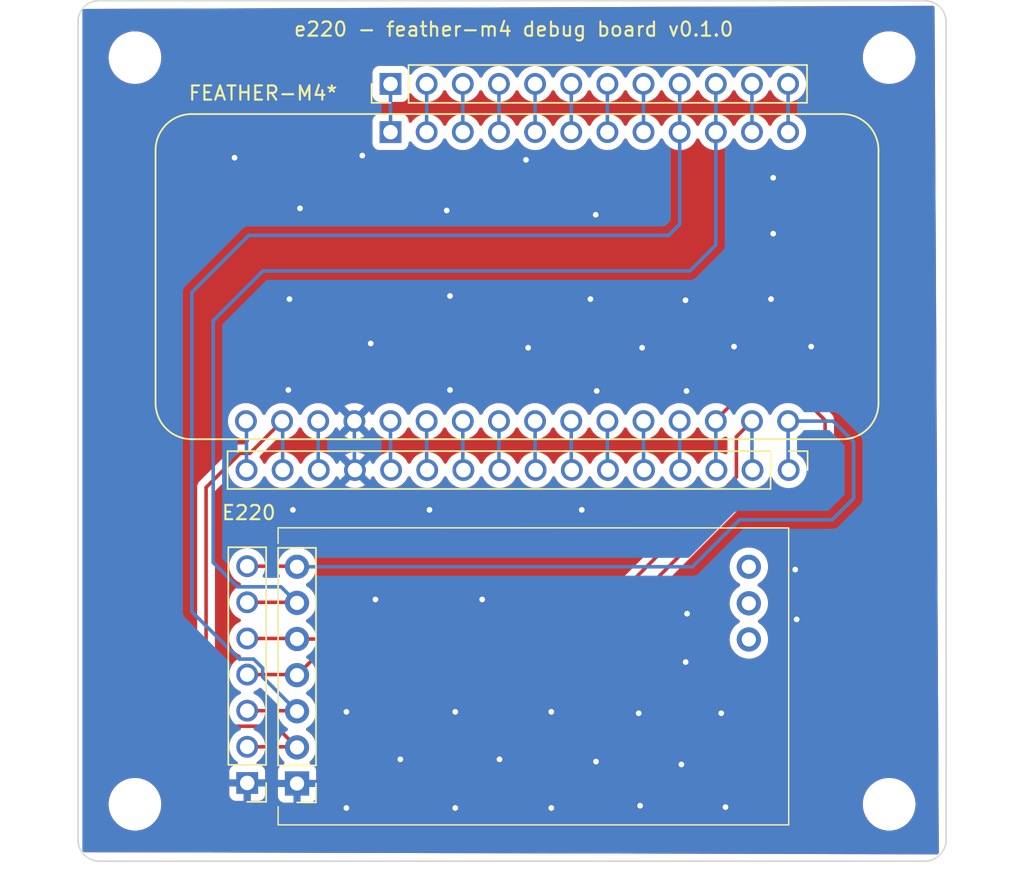
<source format=kicad_pcb>
(kicad_pcb (version 20221018) (generator pcbnew)
  (title_block (title "E220 - Feather debug board") (date "2023-02-27") (rev "0.1.1"))
  (layers (0 "F.Cu" signal) (31 "B.Cu" signal) (34 "B.Paste" user) (35 "F.Paste" user) (36 "B.SilkS" user "B.Silkscreen") (37 "F.SilkS" user "F.Silkscreen") (38 "B.Mask" user) (39 "F.Mask" user) (44 "Edge.Cuts" user))
  (net 0 "")
  (net 1 "Net-(U1-D4)")
  (net 2 "Net-(U1-D1)")
  (net 3 "Net-(U1-D0)")
  (net 4 "unconnected-(U1-MISO-PadP1_4)")
  (net 5 "unconnected-(U1-MOSI-PadP1_5)")
  (net 6 "unconnected-(U1-SCK-PadP1_6)")
  (net 7 "unconnected-(U1-A5-PadP1_7)")
  (net 8 "unconnected-(U1-A4-PadP1_8)")
  (net 9 "unconnected-(U1-A3-PadP1_9)")
  (net 10 "unconnected-(U1-A2-PadP1_10)")
  (net 11 "unconnected-(U1-A1-PadP1_11)")
  (net 12 "unconnected-(U1-A0-PadP1_12)")
  (net 13 "GND")
  (net 14 "unconnected-(U1-AREF-PadP1_14)")
  (net 15 "Net-(U1-3V3)")
  (net 16 "unconnected-(U1-~{RESET}-PadP1_16)")
  (net 17 "unconnected-(U1-VBAT-PadP2_1)")
  (net 18 "unconnected-(U1-EN-PadP2_2)")
  (net 19 "unconnected-(U1-VBUS-PadP2_3)")
  (net 20 "unconnected-(U1-D13-PadP2_4)")
  (net 21 "unconnected-(U1-D12-PadP2_5)")
  (net 22 "unconnected-(U1-D11-PadP2_6)")
  (net 23 "unconnected-(U1-D10-PadP2_7)")
  (net 24 "unconnected-(U1-D9-PadP2_8)")
  (net 25 "Net-(U1-D6)")
  (net 26 "Net-(U1-D5)")
  (net 27 "unconnected-(U1-SCL-PadP2_11)")
  (net 28 "unconnected-(U1-SDA-PadP2_12)")
  (footprint "MountingHole:MountingHole_3.2mm_M3" (layer "F.Cu") (at 176 126)
    (fp_text reference "REF**" hide)
    (fp_text value "MountingHole_3.2mm_M3")
    (pad "" np_thru_hole circle (at 0 0) (size 3.2 3.2) (drill 3.2) (layers "*.Cu" "*.Mask"))
  )
  (footprint "MountingHole:MountingHole_3.2mm_M3" (layer "F.Cu") (at 123 126)
    (fp_text reference "REF**" hide)
    (fp_text value "MountingHole_3.2mm_M3")
    (pad "" np_thru_hole circle (at 0 0) (size 3.2 3.2) (drill 3.2) (layers "*.Cu" "*.Mask"))
  )
  (footprint "MountingHole:MountingHole_3.2mm_M3" (layer "F.Cu") (at 123 73.5)
    (fp_text reference "REF**" hide)
    (fp_text value "MountingHole_3.2mm_M3")
    (pad "" np_thru_hole circle (at 0 0) (size 3.2 3.2) (drill 3.2) (layers "*.Cu" "*.Mask"))
  )
  (footprint "Connector_PinHeader_2.54mm:PinHeader_1x12_P2.54mm_Vertical" (layer "F.Cu") (at 140.96 75.35 90)
    (fp_text reference "REF**" hide)
    (fp_text value "PinHeader_1x12_P2.54mm_Vertical" hide)
    (fp_line (start -1.33 -1.33) (end 0 -1.33) (stroke (width 0.12)) (layer "F.SilkS"))
    (fp_line (start -1.33 0) (end -1.33 -1.33) (stroke (width 0.12)) (layer "F.SilkS"))
    (fp_line (start -1.33 1.27) (end -1.33 29.27) (stroke (width 0.12)) (layer "F.SilkS"))
    (fp_line (start -1.33 1.27) (end 1.33 1.27) (stroke (width 0.12)) (layer "F.SilkS"))
    (fp_line (start -1.33 29.27) (end 1.33 29.27) (stroke (width 0.12)) (layer "F.SilkS"))
    (fp_line (start 1.33 1.27) (end 1.33 29.27) (stroke (width 0.12)) (layer "F.SilkS"))
    (pad "1" thru_hole rect (at 0 0 270) (size 1.53 1.53) (drill 1.02) (layers "*.Cu" "*.Mask") (net 17 "unconnected-(U1-VBAT-PadP2_1)"))
    (pad "2" thru_hole circle (at 0 2.54 270) (size 1.53 1.53) (drill 1.02) (layers "*.Cu" "*.Mask") (net 18 "unconnected-(U1-EN-PadP2_2)"))
    (pad "3" thru_hole circle (at 0 5.08 270) (size 1.53 1.53) (drill 1.02) (layers "*.Cu" "*.Mask") (net 19 "unconnected-(U1-VBUS-PadP2_3)"))
    (pad "4" thru_hole circle (at 0 7.62 90) (size 1.53 1.53) (drill 1.02) (layers "*.Cu" "*.Mask") (net 20 "unconnected-(U1-D13-PadP2_4)"))
    (pad "5" thru_hole circle (at 0 10.16 270) (size 1.53 1.53) (drill 1.02) (layers "*.Cu" "*.Mask") (net 21 "unconnected-(U1-D12-PadP2_5)"))
    (pad "6" thru_hole circle (at 0 12.7 270) (size 1.53 1.53) (drill 1.02) (layers "*.Cu" "*.Mask") (net 22 "unconnected-(U1-D11-PadP2_6)"))
    (pad "7" thru_hole circle (at 0 15.24 270) (size 1.53 1.53) (drill 1.02) (layers "*.Cu" "*.Mask") (net 23 "unconnected-(U1-D10-PadP2_7)"))
    (pad "8" thru_hole circle (at 0 17.78 270) (size 1.53 1.53) (drill 1.02) (layers "*.Cu" "*.Mask") (net 24 "unconnected-(U1-D9-PadP2_8)"))
    (pad "9" thru_hole circle (at 0 20.32 270) (size 1.53 1.53) (drill 1.02) (layers "*.Cu" "*.Mask") (net 25 "Net-(U1-D6)"))
    (pad "10" thru_hole circle (at 0 22.86 270) (size 1.53 1.53) (drill 1.02) (layers "*.Cu" "*.Mask") (net 26 "Net-(U1-D5)"))
    (pad "11" thru_hole circle (at 0 25.4 270) (size 1.53 1.53) (drill 1.02) (layers "*.Cu" "*.Mask") (net 27 "unconnected-(U1-SCL-PadP2_11)"))
    (pad "12" thru_hole circle (at 0 27.94 270) (size 1.53 1.53) (drill 1.02) (layers "*.Cu" "*.Mask") (net 28 "unconnected-(U1-SDA-PadP2_12)"))
  )
  (footprint "feather-m4:MODULE_FEATHER_M4_EXPRESS" (layer "F.Cu") (at 149.85 88.9)
    (fp_text reference "FEATHER-M4*" (at -17.85 -12.9) (layer "F.SilkS"))
    (fp_text value "FEATHER_M4*")
    (fp_line (start -25.4 8.89) (end -25.4 -8.89) (stroke (width 0.127)) (layer "F.SilkS"))
    (fp_line (start -22.86 -11.43) (end 22.86 -11.43) (stroke (width 0.127)) (layer "F.SilkS"))
    (fp_line (start 22.86 11.43) (end -22.86 11.43) (stroke (width 0.127)) (layer "F.SilkS"))
    (fp_line (start 25.4 -8.89) (end 25.4 8.89) (stroke (width 0.127)) (layer "F.SilkS"))
    (fp_arc (start -25.4 -8.89) (mid -24.656051 -10.686051) (end -22.86 -11.43) (stroke (width 0.127)) (layer "F.SilkS"))
    (fp_arc (start -22.86 11.43) (mid -24.656051 10.686051) (end -25.4 8.89) (stroke (width 0.127)) (layer "F.SilkS"))
    (fp_arc (start 22.86 -11.43) (mid 24.656051 -10.686051) (end 25.4 -8.89) (stroke (width 0.127)) (layer "F.SilkS"))
    (fp_arc (start 25.4 8.89) (mid 24.656051 10.686051) (end 22.86 11.43) (stroke (width 0.127)) (layer "F.SilkS"))
    (pad "P1_1" thru_hole circle (at 19.05 10.16) (size 1.53 1.53) (drill 1.02) (layers "*.Cu" "*.Mask") (net 1 "Net-(U1-D4)"))
    (pad "P1_2" thru_hole circle (at 16.51 10.16) (size 1.53 1.53) (drill 1.02) (layers "*.Cu" "*.Mask") (net 2 "Net-(U1-D1)"))
    (pad "P1_3" thru_hole circle (at 13.97 10.16) (size 1.53 1.53) (drill 1.02) (layers "*.Cu" "*.Mask") (net 3 "Net-(U1-D0)"))
    (pad "P1_4" thru_hole circle (at 11.43 10.16) (size 1.53 1.53) (drill 1.02) (layers "*.Cu" "*.Mask") (net 4 "unconnected-(U1-MISO-PadP1_4)"))
    (pad "P1_5" thru_hole circle (at 8.89 10.16) (size 1.53 1.53) (drill 1.02) (layers "*.Cu" "*.Mask") (net 5 "unconnected-(U1-MOSI-PadP1_5)"))
    (pad "P1_6" thru_hole circle (at 6.35 10.16) (size 1.53 1.53) (drill 1.02) (layers "*.Cu" "*.Mask") (net 6 "unconnected-(U1-SCK-PadP1_6)"))
    (pad "P1_7" thru_hole circle (at 3.81 10.16) (size 1.53 1.53) (drill 1.02) (layers "*.Cu" "*.Mask") (net 7 "unconnected-(U1-A5-PadP1_7)"))
    (pad "P1_8" thru_hole circle (at 1.27 10.16) (size 1.53 1.53) (drill 1.02) (layers "*.Cu" "*.Mask") (net 8 "unconnected-(U1-A4-PadP1_8)"))
    (pad "P1_9" thru_hole circle (at -1.27 10.16) (size 1.53 1.53) (drill 1.02) (layers "*.Cu" "*.Mask") (net 9 "unconnected-(U1-A3-PadP1_9)"))
    (pad "P1_10" thru_hole circle (at -3.81 10.16) (size 1.53 1.53) (drill 1.02) (layers "*.Cu" "*.Mask") (net 10 "unconnected-(U1-A2-PadP1_10)"))
    (pad "P1_11" thru_hole circle (at -6.35 10.16) (size 1.53 1.53) (drill 1.02) (layers "*.Cu" "*.Mask") (net 11 "unconnected-(U1-A1-PadP1_11)"))
    (pad "P1_12" thru_hole circle (at -8.89 10.16) (size 1.53 1.53) (drill 1.02) (layers "*.Cu" "*.Mask") (net 12 "unconnected-(U1-A0-PadP1_12)"))
    (pad "P1_13" thru_hole circle (at -11.43 10.16) (size 1.53 1.53) (drill 1.02) (layers "*.Cu" "*.Mask") (net 13 "GND"))
    (pad "P1_14" thru_hole circle (at -13.97 10.16) (size 1.53 1.53) (drill 1.02) (layers "*.Cu" "*.Mask") (net 14 "unconnected-(U1-AREF-PadP1_14)"))
    (pad "P1_15" thru_hole circle (at -16.51 10.16) (size 1.53 1.53) (drill 1.02) (layers "*.Cu" "*.Mask") (net 15 "Net-(U1-3V3)"))
    (pad "P1_16" thru_hole circle (at -19.05 10.16) (size 1.53 1.53) (drill 1.02) (layers "*.Cu" "*.Mask") (net 16 "unconnected-(U1-~{RESET}-PadP1_16)"))
    (pad "P2_1" thru_hole rect (at -8.89 -10.16) (size 1.53 1.53) (drill 1.02) (layers "*.Cu" "*.Mask") (net 17 "unconnected-(U1-VBAT-PadP2_1)"))
    (pad "P2_2" thru_hole circle (at -6.35 -10.16) (size 1.53 1.53) (drill 1.02) (layers "*.Cu" "*.Mask") (net 18 "unconnected-(U1-EN-PadP2_2)"))
    (pad "P2_3" thru_hole circle (at -3.81 -10.16) (size 1.53 1.53) (drill 1.02) (layers "*.Cu" "*.Mask") (net 19 "unconnected-(U1-VBUS-PadP2_3)"))
    (pad "P2_4" thru_hole circle (at -1.27 -10.16) (size 1.53 1.53) (drill 1.02) (layers "*.Cu" "*.Mask") (net 20 "unconnected-(U1-D13-PadP2_4)"))
    (pad "P2_5" thru_hole circle (at 1.27 -10.16) (size 1.53 1.53) (drill 1.02) (layers "*.Cu" "*.Mask") (net 21 "unconnected-(U1-D12-PadP2_5)"))
    (pad "P2_6" thru_hole circle (at 3.81 -10.16) (size 1.53 1.53) (drill 1.02) (layers "*.Cu" "*.Mask") (net 22 "unconnected-(U1-D11-PadP2_6)"))
    (pad "P2_7" thru_hole circle (at 6.35 -10.16) (size 1.53 1.53) (drill 1.02) (layers "*.Cu" "*.Mask") (net 23 "unconnected-(U1-D10-PadP2_7)"))
    (pad "P2_8" thru_hole circle (at 8.89 -10.16) (size 1.53 1.53) (drill 1.02) (layers "*.Cu" "*.Mask") (net 24 "unconnected-(U1-D9-PadP2_8)"))
    (pad "P2_9" thru_hole circle (at 11.43 -10.16) (size 1.53 1.53) (drill 1.02) (layers "*.Cu" "*.Mask") (net 25 "Net-(U1-D6)"))
    (pad "P2_10" thru_hole circle (at 13.97 -10.16) (size 1.53 1.53) (drill 1.02) (layers "*.Cu" "*.Mask") (net 26 "Net-(U1-D5)"))
    (pad "P2_11" thru_hole circle (at 16.51 -10.16) (size 1.53 1.53) (drill 1.02) (layers "*.Cu" "*.Mask") (net 27 "unconnected-(U1-SCL-PadP2_11)"))
    (pad "P2_12" thru_hole circle (at 19.05 -10.16) (size 1.53 1.53) (drill 1.02) (layers "*.Cu" "*.Mask") (net 28 "unconnected-(U1-SDA-PadP2_12)"))
  )
  (footprint "Connector_PinHeader_2.54mm:PinHeader_1x16_P2.54mm_Vertical" (layer "F.Cu") (at 168.94 102.5 -90)
    (fp_text reference "REF**" hide)
    (fp_text value "PinHeader_1x16_P2.54mm_Vertical" hide)
    (fp_line (start -1.33 -1.33) (end 0 -1.33) (stroke (width 0.12)) (layer "F.SilkS"))
    (fp_line (start -1.33 0) (end -1.33 -1.33) (stroke (width 0.12)) (layer "F.SilkS"))
    (fp_line (start -1.33 1.27) (end -1.33 39.43) (stroke (width 0.12)) (layer "F.SilkS"))
    (fp_line (start -1.33 1.27) (end 1.33 1.27) (stroke (width 0.12)) (layer "F.SilkS"))
    (fp_line (start -1.33 39.43) (end 1.33 39.43) (stroke (width 0.12)) (layer "F.SilkS"))
    (fp_line (start 1.33 1.27) (end 1.33 39.43) (stroke (width 0.12)) (layer "F.SilkS"))
    (pad "1" thru_hole circle (at 0 0 270) (size 1.53 1.53) (drill 1.02) (layers "*.Cu" "*.Mask") (net 1 "Net-(U1-D4)"))
    (pad "2" thru_hole circle (at 0 2.54 270) (size 1.53 1.53) (drill 1.02) (layers "*.Cu" "*.Mask") (net 2 "Net-(U1-D1)"))
    (pad "3" thru_hole circle (at 0 5.08 270) (size 1.53 1.53) (drill 1.02) (layers "*.Cu" "*.Mask") (net 3 "Net-(U1-D0)"))
    (pad "4" thru_hole circle (at 0 7.62 270) (size 1.53 1.53) (drill 1.02) (layers "*.Cu" "*.Mask") (net 4 "unconnected-(U1-MISO-PadP1_4)"))
    (pad "5" thru_hole circle (at 0 10.16 270) (size 1.53 1.53) (drill 1.02) (layers "*.Cu" "*.Mask") (net 5 "unconnected-(U1-MOSI-PadP1_5)"))
    (pad "6" thru_hole circle (at 0 12.7 270) (size 1.53 1.53) (drill 1.02) (layers "*.Cu" "*.Mask") (net 6 "unconnected-(U1-SCK-PadP1_6)"))
    (pad "7" thru_hole circle (at 0 15.24 270) (size 1.53 1.53) (drill 1.02) (layers "*.Cu" "*.Mask") (net 7 "unconnected-(U1-A5-PadP1_7)"))
    (pad "8" thru_hole circle (at 0 17.78 270) (size 1.53 1.53) (drill 1.02) (layers "*.Cu" "*.Mask") (net 8 "unconnected-(U1-A4-PadP1_8)"))
    (pad "9" thru_hole circle (at 0 20.32 270) (size 1.53 1.53) (drill 1.02) (layers "*.Cu" "*.Mask") (net 9 "unconnected-(U1-A3-PadP1_9)"))
    (pad "10" thru_hole circle (at 0 22.86 270) (size 1.53 1.53) (drill 1.02) (layers "*.Cu" "*.Mask") (net 10 "unconnected-(U1-A2-PadP1_10)"))
    (pad "11" thru_hole circle (at 0 25.4 270) (size 1.53 1.53) (drill 1.02) (layers "*.Cu" "*.Mask") (net 11 "unconnected-(U1-A1-PadP1_11)"))
    (pad "12" thru_hole circle (at 0 27.94 270) (size 1.53 1.53) (drill 1.02) (layers "*.Cu" "*.Mask") (net 12 "unconnected-(U1-A0-PadP1_12)"))
    (pad "13" thru_hole circle (at 0 30.48 270) (size 1.53 1.53) (drill 1.02) (layers "*.Cu" "*.Mask") (net 13 "GND"))
    (pad "14" thru_hole circle (at 0 33.02 270) (size 1.53 1.53) (drill 1.02) (layers "*.Cu" "*.Mask") (net 14 "unconnected-(U1-AREF-PadP1_14)"))
    (pad "15" thru_hole circle (at 0 35.56 270) (size 1.53 1.53) (drill 1.02) (layers "*.Cu" "*.Mask") (net 15 "Net-(U1-3V3)"))
    (pad "16" thru_hole circle (at 0 38.1 270) (size 1.53 1.53) (drill 1.02) (layers "*.Cu" "*.Mask") (net 16 "unconnected-(U1-~{RESET}-PadP1_16)"))
  )
  (footprint "MountingHole:MountingHole_3.2mm_M3" (layer "F.Cu") (at 176 73.5)
    (fp_text reference "REF**" hide)
    (fp_text value "MountingHole_3.2mm_M3")
    (pad "" np_thru_hole circle (at 0 0) (size 3.2 3.2) (drill 3.2) (layers "*.Cu" "*.Mask"))
  )
  (footprint "e220:E220-900T22S(JP)" (layer "F.Cu") (at 136 110.5)
    (fp_text reference "E220" (at -5 -5) (layer "F.SilkS"))
    (fp_text value "E220")
    (fp_line (start -2.94 -3.94) (end 32.94 -3.93) (stroke (width 0.1)) (layer "F.SilkS"))
    (fp_line (start -2.94 -2.85) (end -2.94 -3.94) (stroke (width 0.1)) (layer "F.SilkS"))
    (fp_line (start -2.94 12.77) (end -2.94 -2.53) (stroke (width 0.12)) (layer "F.SilkS"))
    (fp_line (start -2.94 16.95) (end -2.935 15.67) (stroke (width 0.1)) (layer "F.SilkS"))
    (fp_line (start -0.28 -2.53) (end -2.94 -2.53) (stroke (width 0.12)) (layer "F.SilkS"))
    (fp_line (start -0.28 12.77) (end -2.94 12.77) (stroke (width 0.12)) (layer "F.SilkS"))
    (fp_line (start -0.28 12.77) (end -0.28 -2.53) (stroke (width 0.12)) (layer "F.SilkS"))
    (fp_line (start -0.28 14.04) (end -0.28 15.37) (stroke (width 0.12)) (layer "F.SilkS"))
    (fp_line (start -0.28 15.37) (end -1.61 15.37) (stroke (width 0.12)) (layer "F.SilkS"))
    (fp_line (start 32.94 -3.93) (end 32.94 16.95) (stroke (width 0.1)) (layer "F.SilkS"))
    (fp_line (start 32.94 16.95) (end -2.94 16.95) (stroke (width 0.1)) (layer "F.SilkS"))
    (pad "1" thru_hole oval (at -1.61 -1.2 180) (size 1.7 1.7) (drill 1) (layers "*.Cu" "*.Mask") (net 1 "Net-(U1-D4)"))
    (pad "2" thru_hole oval (at -1.61 1.34 180) (size 1.7 1.7) (drill 1) (layers "*.Cu" "*.Mask") (net 26 "Net-(U1-D5)"))
    (pad "3" thru_hole oval (at -1.61 3.88 180) (size 1.7 1.7) (drill 1) (layers "*.Cu" "*.Mask") (net 2 "Net-(U1-D1)"))
    (pad "4" thru_hole oval (at -1.61 6.42 180) (size 1.7 1.7) (drill 1) (layers "*.Cu" "*.Mask") (net 3 "Net-(U1-D0)"))
    (pad "5" thru_hole oval (at -1.61 8.96 180) (size 1.7 1.7) (drill 1) (layers "*.Cu" "*.Mask") (net 25 "Net-(U1-D6)"))
    (pad "6" thru_hole oval (at -1.61 11.5 180) (size 1.7 1.7) (drill 1) (layers "*.Cu" "*.Mask") (net 15 "Net-(U1-3V3)"))
    (pad "7" thru_hole rect (at -1.61 14.04 180) (size 1.7 1.7) (drill 1) (layers "*.Cu" "*.Mask") (net 13 "GND"))
    (pad "8" thru_hole oval (at 30.14 -1.2 180) (size 1.7 1.7) (drill 1) (layers "*.Cu" "*.Mask"))
    (pad "9" thru_hole oval (at 30.14 1.37 180) (size 1.7 1.7) (drill 1) (layers "*.Cu" "*.Mask"))
    (pad "10" thru_hole oval (at 30.14 3.91 180) (size 1.7 1.7) (drill 1) (layers "*.Cu" "*.Mask"))
  )
  (footprint "Connector_PinHeader_2.54mm:PinHeader_1x07_P2.54mm_Vertical" (layer "F.Cu") (at 130.89 124.5 180)
    (fp_text reference "REF**" hide)
    (fp_text value "PinHeader_1x07_P2.54mm_Vertical" hide)
    (fp_line (start -1.33 -1.33) (end 0 -1.33) (stroke (width 0.12)) (layer "F.SilkS"))
    (fp_line (start -1.33 0) (end -1.33 -1.33) (stroke (width 0.12)) (layer "F.SilkS"))
    (fp_line (start -1.33 1.27) (end -1.33 16.57) (stroke (width 0.12)) (layer "F.SilkS"))
    (fp_line (start -1.33 1.27) (end 1.33 1.27) (stroke (width 0.12)) (layer "F.SilkS"))
    (fp_line (start -1.33 16.57) (end 1.33 16.57) (stroke (width 0.12)) (layer "F.SilkS"))
    (fp_line (start 1.33 1.27) (end 1.33 16.57) (stroke (width 0.12)) (layer "F.SilkS"))
    (pad "1" thru_hole circle (at 0 15.24) (size 1.53 1.53) (drill 1.02) (layers "*.Cu" "*.Mask") (net 1 "Net-(U1-D4)"))
    (pad "2" thru_hole circle (at 0 12.7) (size 1.53 1.53) (drill 1.02) (layers "*.Cu" "*.Mask") (net 26 "Net-(U1-D5)"))
    (pad "3" thru_hole circle (at 0 10.16) (size 1.53 1.53) (drill 1.02) (layers "*.Cu" "*.Mask") (net 2 "Net-(U1-D1)"))
    (pad "4" thru_hole circle (at 0 7.62) (size 1.53 1.53) (drill 1.02) (layers "*.Cu" "*.Mask") (net 3 "Net-(U1-D0)"))
    (pad "5" thru_hole circle (at 0 5.08) (size 1.53 1.53) (drill 1.02) (layers "*.Cu" "*.Mask") (net 25 "Net-(U1-D6)"))
    (pad "6" thru_hole circle (at 0 2.54) (size 1.53 1.53) (drill 1.02) (layers "*.Cu" "*.Mask") (net 15 "Net-(U1-3V3)"))
    (pad "7" thru_hole rect (at 0 0 180) (size 1.53 1.53) (drill 1.02) (layers "*.Cu" "*.Mask") (net 13 "GND"))
  )
  (gr_line (start 119 70.968245) (end 119 128.5) (stroke (width 0.1)) (layer "Edge.Cuts"))
  (gr_arc (start 178.5 69.5) (mid 179.56066 69.93934) (end 180 71) (stroke (width 0.1)) (layer "Edge.Cuts"))
  (gr_line (start 120.5 130) (end 178.5 130) (stroke (width 0.1)) (layer "Edge.Cuts"))
  (gr_arc (start 180 128.5) (mid 179.56066 129.56066) (end 178.5 130) (stroke (width 0.1)) (layer "Edge.Cuts"))
  (gr_line (start 180 128.5) (end 180 71) (stroke (width 0.1)) (layer "Edge.Cuts"))
  (gr_arc (start 119 70.968245) (mid 119.430039 69.930039) (end 120.468245 69.5) (stroke (width 0.1)) (layer "Edge.Cuts"))
  (gr_line (start 178.5 69.5) (end 120.468245 69.5) (stroke (width 0.1)) (layer "Edge.Cuts"))
  (gr_arc (start 120.5 130) (mid 119.43934 129.56066) (end 119 128.5) (stroke (width 0.1)) (layer "Edge.Cuts"))
  (gr_text "e220 - feather-m4 debug board v0.1.0" (at 134.09 72.09) (layer "F.SilkS") (effects (font (size 1 1)) (justify left bottom)))
  (segment (start 130.89 109.26) (end 134.35 109.26) (width 0.25) (layer "F.Cu") (net 1))
  (segment (start 134.35 109.26) (end 134.39 109.3) (width 0.25) (layer "F.Cu") (net 1))
  (segment (start 134.39 109.3) (end 162.18 109.3) (width 0.25) (layer "B.Cu") (net 1))
  (segment (start 173.5 100.5) (end 172.06 99.06) (width 0.25) (layer "B.Cu") (net 1))
  (segment (start 162.18 109.3) (end 165.48 106) (width 0.25) (layer "B.Cu") (net 1))
  (segment (start 172 106) (end 173.5 104.5) (width 0.25) (layer "B.Cu") (net 1))
  (segment (start 172.06 99.06) (end 168.9 99.06) (width 0.25) (layer "B.Cu") (net 1))
  (segment (start 165.48 106) (end 172 106) (width 0.25) (layer "B.Cu") (net 1))
  (segment (start 173.5 104.5) (end 173.5 100.5) (width 0.25) (layer "B.Cu") (net 1))
  (segment (start 168.9 99.06) (end 168.9 102.46) (width 0.25) (layer "B.Cu") (net 1))
  (segment (start 168.9 102.46) (end 168.94 102.5) (width 0.25) (layer "B.Cu") (net 1))
  (segment (start 165.265 100.155) (end 166.36 99.06) (width 0.25) (layer "F.Cu") (net 2))
  (segment (start 134.35 114.34) (end 134.39 114.38) (width 0.25) (layer "F.Cu") (net 2))
  (segment (start 165.265 102.986701) (end 165.265 100.155) (width 0.25) (layer "F.Cu") (net 2))
  (segment (start 134.39 114.38) (end 153.871701 114.38) (width 0.25) (layer "F.Cu") (net 2))
  (segment (start 130.89 114.34) (end 134.35 114.34) (width 0.25) (layer "F.Cu") (net 2))
  (segment (start 153.871701 114.38) (end 165.265 102.986701) (width 0.25) (layer "F.Cu") (net 2))
  (segment (start 166.36 99.06) (end 166.36 102.46) (width 0.25) (layer "B.Cu") (net 2))
  (segment (start 166.36 102.46) (end 166.4 102.5) (width 0.25) (layer "B.Cu") (net 2))
  (segment (start 134.35 116.88) (end 134.39 116.92) (width 0.25) (layer "F.Cu") (net 3))
  (segment (start 165.8 104) (end 169.4 104) (width 0.25) (layer "F.Cu") (net 3))
  (segment (start 165.6 97.2) (end 163.82 98.98) (width 0.25) (layer "F.Cu") (net 3))
  (segment (start 130.89 116.88) (end 134.35 116.88) (width 0.25) (layer "F.Cu") (net 3))
  (segment (start 154.8 115) (end 165.8 104) (width 0.25) (layer "F.Cu") (net 3))
  (segment (start 163.82 98.98) (end 163.82 99.06) (width 0.25) (layer "F.Cu") (net 3))
  (segment (start 136.31 115) (end 154.8 115) (width 0.25) (layer "F.Cu") (net 3))
  (segment (start 171.5 101.9) (end 171.5 99) (width 0.25) (layer "F.Cu") (net 3))
  (segment (start 169.7 97.2) (end 165.6 97.2) (width 0.25) (layer "F.Cu") (net 3))
  (segment (start 134.39 116.92) (end 136.31 115) (width 0.25) (layer "F.Cu") (net 3))
  (segment (start 169.4 104) (end 171.5 101.9) (width 0.25) (layer "F.Cu") (net 3))
  (segment (start 171.5 99) (end 169.7 97.2) (width 0.25) (layer "F.Cu") (net 3))
  (segment (start 163.82 102.46) (end 163.86 102.5) (width 0.25) (layer "B.Cu") (net 3))
  (segment (start 163.82 99.06) (end 163.82 102.46) (width 0.25) (layer "B.Cu") (net 3))
  (segment (start 161.28 99.06) (end 161.28 102.46) (width 0.25) (layer "B.Cu") (net 4))
  (segment (start 161.28 102.46) (end 161.32 102.5) (width 0.25) (layer "B.Cu") (net 4))
  (segment (start 158.74 102.46) (end 158.78 102.5) (width 0.25) (layer "B.Cu") (net 5))
  (segment (start 158.74 99.06) (end 158.74 102.46) (width 0.25) (layer "B.Cu") (net 5))
  (segment (start 156.2 102.46) (end 156.24 102.5) (width 0.25) (layer "B.Cu") (net 6))
  (segment (start 156.2 99.06) (end 156.2 102.46) (width 0.25) (layer "B.Cu") (net 6))
  (segment (start 153.66 102.46) (end 153.7 102.5) (width 0.25) (layer "B.Cu") (net 7))
  (segment (start 153.66 99.06) (end 153.66 102.46) (width 0.25) (layer "B.Cu") (net 7))
  (segment (start 151.12 99.06) (end 151.12 102.46) (width 0.25) (layer "B.Cu") (net 8))
  (segment (start 151.12 102.46) (end 151.16 102.5) (width 0.25) (layer "B.Cu") (net 8))
  (segment (start 148.58 99.06) (end 148.58 102.46) (width 0.25) (layer "B.Cu") (net 9))
  (segment (start 148.58 102.46) (end 148.62 102.5) (width 0.25) (layer "B.Cu") (net 9))
  (segment (start 146.04 102.46) (end 146.08 102.5) (width 0.25) (layer "B.Cu") (net 10))
  (segment (start 146.04 99.06) (end 146.04 102.46) (width 0.25) (layer "B.Cu") (net 10))
  (segment (start 143.5 99.06) (end 143.5 102.46) (width 0.25) (layer "B.Cu") (net 11))
  (segment (start 143.5 102.46) (end 143.54 102.5) (width 0.25) (layer "B.Cu") (net 11))
  (segment (start 140.96 99.06) (end 140.96 102.46) (width 0.25) (layer "B.Cu") (net 12))
  (segment (start 140.96 102.46) (end 141 102.5) (width 0.25) (layer "B.Cu") (net 12))
  (via (at 137.86 126.26) (size 0.8) (drill 0.4) (layers "F.Cu" "B.Cu") (net 13))
  (via (at 155.38 84.55) (size 0.8) (drill 0.4) (layers "F.Cu" "B.Cu") (net 13))
  (via (at 154.4 105.3) (size 0.8) (drill 0.4) (layers "F.Cu" "B.Cu") (net 13))
  (via (at 169.5 113) (size 0.8) (drill 0.4) (layers "F.Cu" "B.Cu") (net 13))
  (via (at 143.7 105.3) (size 0.8) (drill 0.4) (layers "F.Cu" "B.Cu") (net 13))
  (via (at 150.48 80.69) (size 0.8) (drill 0.4) (layers "F.Cu" "B.Cu") (net 13))
  (via (at 133.78 96.87) (size 0.8) (drill 0.4) (layers "F.Cu" "B.Cu") (net 13))
  (via (at 145.51 126.26) (size 0.8) (drill 0.4) (layers "F.Cu" "B.Cu") (net 13))
  (via (at 150.63 93.9) (size 0.8) (drill 0.4) (layers "F.Cu" "B.Cu") (net 13))
  (via (at 148.62 122.84) (size 0.8) (drill 0.4) (layers "F.Cu" "B.Cu") (net 13))
  (via (at 161.7 116) (size 0.8) (drill 0.4) (layers "F.Cu" "B.Cu") (net 13))
  (via (at 134.6 84.1) (size 0.8) (drill 0.4) (layers "F.Cu" "B.Cu") (net 13))
  (via (at 169.4 109.5) (size 0.8) (drill 0.4) (layers "F.Cu" "B.Cu") (net 13))
  (via (at 155.01 90.48) (size 0.8) (drill 0.4) (layers "F.Cu" "B.Cu") (net 13))
  (via (at 144.91 84.25) (size 0.8) (drill 0.4) (layers "F.Cu" "B.Cu") (net 13))
  (via (at 147.4 111.6) (size 0.8) (drill 0.4) (layers "F.Cu" "B.Cu") (net 13))
  (via (at 133.86 90.48) (size 0.8) (drill 0.4) (layers "F.Cu" "B.Cu") (net 13))
  (via (at 139.9 111.6) (size 0.8) (drill 0.4) (layers "F.Cu" "B.Cu") (net 13))
  (via (at 164.2 119.6) (size 0.8) (drill 0.4) (layers "F.Cu" "B.Cu") (net 13))
  (via (at 152.26 126.26) (size 0.8) (drill 0.4) (layers "F.Cu" "B.Cu") (net 13))
  (via (at 145.14 90.26) (size 0.8) (drill 0.4) (layers "F.Cu" "B.Cu") (net 13))
  (via (at 145.51 119.5) (size 0.8) (drill 0.4) (layers "F.Cu" "B.Cu") (net 13))
  (via (at 155.45 96.94) (size 0.8) (drill 0.4) (layers "F.Cu" "B.Cu") (net 13))
  (via (at 130 80.54) (size 0.8) (drill 0.4) (layers "F.Cu" "B.Cu") (net 13))
  (via (at 165.1 93.82) (size 0.8) (drill 0.4) (layers "F.Cu" "B.Cu") (net 13))
  (via (at 158.5 126.1) (size 0.8) (drill 0.4) (layers "F.Cu" "B.Cu") (net 13))
  (via (at 167.85 81.95) (size 0.8) (drill 0.4) (layers "F.Cu" "B.Cu") (net 13))
  (via (at 167.7 90.48) (size 0.8) (drill 0.4) (layers "F.Cu" "B.Cu") (net 13))
  (via (at 155.4 123) (size 0.8) (drill 0.4) (layers "F.Cu" "B.Cu") (net 13))
  (via (at 161.76 96.94) (size 0.8) (drill 0.4) (layers "F.Cu" "B.Cu") (net 13))
  (via (at 161.69 90.56) (size 0.8) (drill 0.4) (layers "F.Cu" "B.Cu") (net 13))
  (via (at 137.86 119.5) (size 0.8) (drill 0.4) (layers "F.Cu" "B.Cu") (net 13))
  (via (at 134.1 105.3) (size 0.8) (drill 0.4) (layers "F.Cu" "B.Cu") (net 13))
  (via (at 138.98 80.39) (size 0.8) (drill 0.4) (layers "F.Cu" "B.Cu") (net 13))
  (via (at 145.14 96.87) (size 0.8) (drill 0.4) (layers "F.Cu" "B.Cu") (net 13))
  (via (at 152.26 119.5) (size 0.8) (drill 0.4) (layers "F.Cu" "B.Cu") (net 13))
  (via (at 158.64 93.9) (size 0.8) (drill 0.4) (layers "F.Cu" "B.Cu") (net 13))
  (via (at 167.85 85.88) (size 0.8) (drill 0.4) (layers "F.Cu" "B.Cu") (net 13))
  (via (at 158.4 119.6) (size 0.8) (drill 0.4) (layers "F.Cu" "B.Cu") (net 13))
  (via (at 164.5 126.2) (size 0.8) (drill 0.4) (layers "F.Cu" "B.Cu") (net 13))
  (via (at 161.8 112.6) (size 0.8) (drill 0.4) (layers "F.Cu" "B.Cu") (net 13))
  (via (at 161.4 123.2) (size 0.8) (drill 0.4) (layers "F.Cu" "B.Cu") (net 13))
  (via (at 141.65 122.84) (size 0.8) (drill 0.4) (layers "F.Cu" "B.Cu") (net 13))
  (via (at 170.52 93.82) (size 0.8) (drill 0.4) (layers "F.Cu" "B.Cu") (net 13))
  (via (at 139.57 93.6) (size 0.8) (drill 0.4) (layers "F.Cu" "B.Cu") (net 13))
  (segment (start 138.42 99.06) (end 138.42 102.46) (width 0.25) (layer "B.Cu") (net 13))
  (segment (start 138.42 102.46) (end 138.46 102.5) (width 0.25) (layer "B.Cu") (net 13))
  (segment (start 135.88 99.06) (end 135.88 102.46) (width 0.25) (layer "B.Cu") (net 14))
  (segment (start 135.88 102.46) (end 135.92 102.5) (width 0.25) (layer "B.Cu") (net 14))
  (segment (start 128 119) (end 128 103.718299) (width 0.25) (layer "F.Cu") (net 15))
  (segment (start 130.89 121.96) (end 134.35 121.96) (width 0.25) (layer "F.Cu") (net 15))
  (segment (start 129.51 120.51) (end 128 119) (width 0.25) (layer "F.Cu") (net 15))
  (segment (start 130.393299 101.325) (end 131.075 101.325) (width 0.25) (layer "F.Cu") (net 15))
  (segment (start 131.075 101.325) (end 133.34 99.06) (width 0.25) (layer "F.Cu") (net 15))
  (segment (start 128 103.718299) (end 130.393299 101.325) (width 0.25) (layer "F.Cu") (net 15))
  (segment (start 134.35 121.96) (end 134.39 122) (width 0.25) (layer "F.Cu") (net 15))
  (segment (start 134.39 122) (end 132.9 120.51) (width 0.25) (layer "F.Cu") (net 15))
  (segment (start 132.9 120.51) (end 129.51 120.51) (width 0.25) (layer "F.Cu") (net 15))
  (segment (start 133.38 102.5) (end 133.38 99.1) (width 0.25) (layer "B.Cu") (net 15))
  (segment (start 133.38 99.1) (end 133.34 99.06) (width 0.25) (layer "B.Cu") (net 15))
  (segment (start 130.84 102.5) (end 130.84 99.1) (width 0.25) (layer "B.Cu") (net 16))
  (segment (start 130.84 99.1) (end 130.8 99.06) (width 0.25) (layer "B.Cu") (net 16))
  (segment (start 140.96 75.35) (end 140.96 78.74) (width 0.25) (layer "B.Cu") (net 17))
  (segment (start 143.5 75.35) (end 143.5 78.74) (width 0.25) (layer "B.Cu") (net 18))
  (segment (start 146.04 75.35) (end 146.04 78.74) (width 0.25) (layer "B.Cu") (net 19))
  (segment (start 148.58 75.35) (end 148.58 78.74) (width 0.25) (layer "B.Cu") (net 20))
  (segment (start 151.12 75.35) (end 151.12 78.74) (width 0.25) (layer "B.Cu") (net 21))
  (segment (start 153.66 75.35) (end 153.66 78.74) (width 0.25) (layer "B.Cu") (net 22))
  (segment (start 156.2 75.35) (end 156.2 78.74) (width 0.25) (layer "B.Cu") (net 23))
  (segment (start 158.74 75.35) (end 158.74 78.74) (width 0.25) (layer "B.Cu") (net 24))
  (segment (start 134.35 119.42) (end 134.39 119.46) (width 0.25) (layer "F.Cu") (net 25))
  (segment (start 130.89 119.42) (end 134.35 119.42) (width 0.25) (layer "F.Cu") (net 25))
  (segment (start 130.33 115.79) (end 127 112.46) (width 0.25) (layer "B.Cu") (net 25))
  (segment (start 127 90) (end 131 86) (width 0.25) (layer "B.Cu") (net 25))
  (segment (start 160.5 86) (end 161.28 85.22) (width 0.25) (layer "B.Cu") (net 25))
  (segment (start 131.341493 115.79) (end 130.33 115.79) (width 0.25) (layer "B.Cu") (net 25))
  (segment (start 161.28 85.22) (end 161.28 78.74) (width 0.25) (layer "B.Cu") (net 25))
  (segment (start 131.98 117.05) (end 131.98 116.428507) (width 0.25) (layer "B.Cu") (net 25))
  (segment (start 131.98 116.428507) (end 131.341493 115.79) (width 0.25) (layer "B.Cu") (net 25))
  (segment (start 127 112.46) (end 127 90) (width 0.25) (layer "B.Cu") (net 25))
  (segment (start 134.39 119.46) (end 131.98 117.05) (width 0.25) (layer "B.Cu") (net 25))
  (segment (start 161.28 75.35) (end 161.28 78.74) (width 0.25) (layer "B.Cu") (net 25))
  (segment (start 131 86) (end 160.5 86) (width 0.25) (layer "B.Cu") (net 25))
  (segment (start 134.35 111.8) (end 134.39 111.84) (width 0.25) (layer "F.Cu") (net 26))
  (segment (start 130.89 111.8) (end 134.35 111.8) (width 0.25) (layer "F.Cu") (net 26))
  (segment (start 133.26 110.71) (end 130.21 110.71) (width 0.25) (layer "B.Cu") (net 26))
  (segment (start 163.82 86.68) (end 163.82 78.74) (width 0.25) (layer "B.Cu") (net 26))
  (segment (start 128.5 109) (end 128.5 92) (width 0.25) (layer "B.Cu") (net 26))
  (segment (start 130.21 110.71) (end 128.5 109) (width 0.25) (layer "B.Cu") (net 26))
  (segment (start 134.39 111.84) (end 133.26 110.71) (width 0.25) (layer "B.Cu") (net 26))
  (segment (start 132 88.5) (end 162 88.5) (width 0.25) (layer "B.Cu") (net 26))
  (segment (start 162 88.5) (end 163.82 86.68) (width 0.25) (layer "B.Cu") (net 26))
  (segment (start 163.82 75.35) (end 163.82 78.74) (width 0.25) (layer "B.Cu") (net 26))
  (segment (start 128.5 92) (end 132 88.5) (width 0.25) (layer "B.Cu") (net 26))
  (segment (start 166.36 75.35) (end 166.36 78.74) (width 0.25) (layer "B.Cu") (net 27))
  (segment (start 168.9 75.35) (end 168.9 78.74) (width 0.25) (layer "B.Cu") (net 28))
  (zone (net 13) (net_name "GND") (layers "F&B.Cu") (connect_pads (clearance 0.5)) (min_thickness 0.25) (fill yes (thermal_gap 0.5) (thermal_bridge_width 0.5))
    (polygon (pts (xy 119.31 70.08) (xy 119.31 129.37) (xy 179.49 129.52) (xy 179.19 69.9) (xy 179.2 69.86)))
  )
)
</source>
